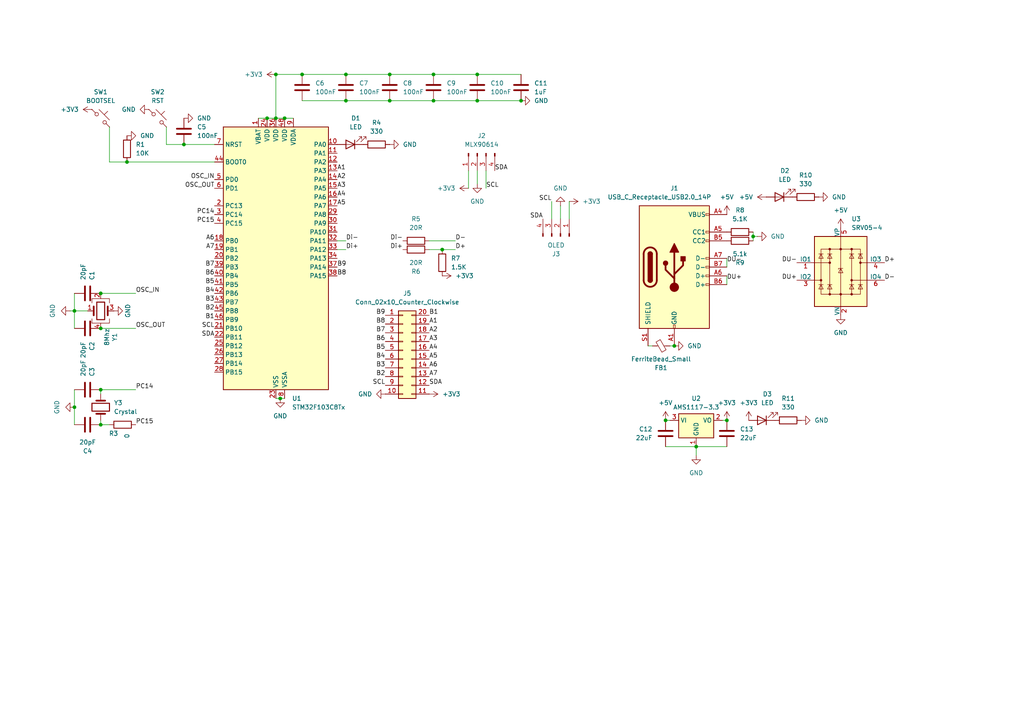
<source format=kicad_sch>
(kicad_sch (version 20250114) (generator "eeschema") (generator_version "9.0")
  (paper "A4")
  (lib_symbols
    (symbol "Connector:Conn_01x04_Pin" (pin_names (offset 1.016) (hide yes))
      (property "Reference" "J" (at 0 5.08 0))
      (property "Value" "Conn_01x04_Pin" (at 0 -7.62 0))
      (symbol "Conn_01x04_Pin_1_1"
        (rectangle (start 0.8636 2.667) (end 0 2.413) (stroke (width 0.1524)) (fill (type outline)))
        (rectangle (start 0.8636 0.127) (end 0 -0.127) (stroke (width 0.1524)) (fill (type outline)))
        (rectangle (start 0.8636 -2.413) (end 0 -2.667) (stroke (width 0.1524)) (fill (type outline)))
        (rectangle (start 0.8636 -4.953) (end 0 -5.207) (stroke (width 0.1524)) (fill (type outline)))
        (polyline (pts (xy 1.27 2.54) (xy 0.8636 2.54)) (stroke (width 0.1524)))
        (polyline (pts (xy 1.27 0) (xy 0.8636 0)) (stroke (width 0.1524)))
        (polyline (pts (xy 1.27 -2.54) (xy 0.8636 -2.54)) (stroke (width 0.1524)))
        (polyline (pts (xy 1.27 -5.08) (xy 0.8636 -5.08)) (stroke (width 0.1524)))
        (pin passive line (at 5.08 2.54 180) (length 3.81) (name "Pin_1") (number "1"))
        (pin passive line (at 5.08 0 180) (length 3.81) (name "Pin_2") (number "2"))
        (pin passive line (at 5.08 -2.54 180) (length 3.81) (name "Pin_3") (number "3"))
        (pin passive line (at 5.08 -5.08 180) (length 3.81) (name "Pin_4") (number "4"))
      )
    )
    (symbol "Connector:USB_C_Receptacle_USB2.0_14P" (pin_names (offset 1.016))
      (property "Reference" "J" (at 0 22.225 0))
      (property "Value" "USB_C_Receptacle_USB2.0_14P" (at 0 19.685 0))
      (symbol "USB_C_Receptacle_USB2.0_14P_0_0"
        (rectangle (start -0.254 -17.78) (end 0.254 -16.764))
        (rectangle (start 10.16 15.494) (end 9.144 14.986))
        (rectangle (start 10.16 10.414) (end 9.144 9.906))
        (rectangle (start 10.16 7.874) (end 9.144 7.366))
        (rectangle (start 10.16 2.794) (end 9.144 2.286))
        (rectangle (start 10.16 0.254) (end 9.144 -0.254))
        (rectangle (start 10.16 -2.286) (end 9.144 -2.794))
        (rectangle (start 10.16 -4.826) (end 9.144 -5.334))
      )
      (symbol "USB_C_Receptacle_USB2.0_14P_0_1"
        (rectangle (start -10.16 17.78) (end 10.16 -17.78) (stroke (width 0.254)) (fill (type background)))
        (polyline (pts (xy -8.89 -3.81) (xy -8.89 3.81)) (stroke (width 0.508)))
        (rectangle (start -7.62 -3.81) (end -6.35 3.81) (stroke (width 0.254)) (fill (type outline)))
        (arc (start -7.62 3.81) (mid -6.985 4.4423) (end -6.35 3.81) (stroke (width 0.254)))
        (arc (start -7.62 3.81) (mid -6.985 4.4423) (end -6.35 3.81) (stroke (width 0.254)) (fill (type outline)))
        (arc (start -8.89 3.81) (mid -6.985 5.7067) (end -5.08 3.81) (stroke (width 0.508)))
        (arc (start -5.08 -3.81) (mid -6.985 -5.7067) (end -8.89 -3.81) (stroke (width 0.508)))
        (arc (start -6.35 -3.81) (mid -6.985 -4.4423) (end -7.62 -3.81) (stroke (width 0.254)))
        (arc (start -6.35 -3.81) (mid -6.985 -4.4423) (end -7.62 -3.81) (stroke (width 0.254)) (fill (type outline)))
        (polyline (pts (xy -5.08 3.81) (xy -5.08 -3.81)) (stroke (width 0.508)))
        (circle (center -2.54 1.143) (radius 0.635) (stroke (width 0.254)) (fill (type outline)))
        (polyline (pts (xy -1.27 4.318) (xy 0 6.858) (xy 1.27 4.318) (xy -1.27 4.318)) (stroke (width 0.254)) (fill (type outline)))
        (polyline (pts (xy 0 -2.032) (xy 2.54 0.508) (xy 2.54 1.778)) (stroke (width 0.508)))
        (polyline (pts (xy 0 -3.302) (xy -2.54 -0.762) (xy -2.54 0.508)) (stroke (width 0.508)))
        (polyline (pts (xy 0 -5.842) (xy 0 4.318)) (stroke (width 0.508)))
        (circle (center 0 -5.842) (radius 1.27) (fill (type outline)))
        (rectangle (start 1.905 1.778) (end 3.175 3.048) (stroke (width 0.254)) (fill (type outline)))
      )
      (symbol "USB_C_Receptacle_USB2.0_14P_1_1"
        (pin passive line (at -7.62 -22.86 90) (length 5.08) (name "SHIELD") (number "S1"))
        (pin passive line (at 0 -22.86 90) (length 5.08) (name "GND") (number "A1"))
        (pin passive line (at 0 -22.86 90) (length 5.08) (hide yes) (name "GND") (number "A12"))
        (pin passive line (at 0 -22.86 90) (length 5.08) (hide yes) (name "GND") (number "B1"))
        (pin passive line (at 0 -22.86 90) (length 5.08) (hide yes) (name "GND") (number "B12"))
        (pin passive line (at 15.24 15.24 180) (length 5.08) (name "VBUS") (number "A4"))
        (pin passive line (at 15.24 15.24 180) (length 5.08) (hide yes) (name "VBUS") (number "A9"))
        (pin passive line (at 15.24 15.24 180) (length 5.08) (hide yes) (name "VBUS") (number "B4"))
        (pin passive line (at 15.24 15.24 180) (length 5.08) (hide yes) (name "VBUS") (number "B9"))
        (pin bidirectional line (at 15.24 10.16 180) (length 5.08) (name "CC1") (number "A5"))
        (pin bidirectional line (at 15.24 7.62 180) (length 5.08) (name "CC2") (number "B5"))
        (pin bidirectional line (at 15.24 2.54 180) (length 5.08) (name "D-") (number "A7"))
        (pin bidirectional line (at 15.24 0 180) (length 5.08) (name "D-") (number "B7"))
        (pin bidirectional line (at 15.24 -2.54 180) (length 5.08) (name "D+") (number "A6"))
        (pin bidirectional line (at 15.24 -5.08 180) (length 5.08) (name "D+") (number "B6"))
      )
    )
    (symbol "Connector_Generic:Conn_02x10_Counter_Clockwise" (pin_names (offset 1.016) (hide yes))
      (property "Reference" "J" (at 1.27 12.7 0))
      (property "Value" "Conn_02x10_Counter_Clockwise" (at 1.27 -15.24 0))
      (symbol "Conn_02x10_Counter_Clockwise_1_1"
        (rectangle (start -1.27 11.43) (end 3.81 -13.97) (stroke (width 0.254)) (fill (type background)))
        (rectangle (start -1.27 10.287) (end 0 10.033) (stroke (width 0.1524)))
        (rectangle (start -1.27 7.747) (end 0 7.493) (stroke (width 0.1524)))
        (rectangle (start -1.27 5.207) (end 0 4.953) (stroke (width 0.1524)))
        (rectangle (start -1.27 2.667) (end 0 2.413) (stroke (width 0.1524)))
        (rectangle (start -1.27 0.127) (end 0 -0.127) (stroke (width 0.1524)))
        (rectangle (start -1.27 -2.413) (end 0 -2.667) (stroke (width 0.1524)))
        (rectangle (start -1.27 -4.953) (end 0 -5.207) (stroke (width 0.1524)))
        (rectangle (start -1.27 -7.493) (end 0 -7.747) (stroke (width 0.1524)))
        (rectangle (start -1.27 -10.033) (end 0 -10.287) (stroke (width 0.1524)))
        (rectangle (start -1.27 -12.573) (end 0 -12.827) (stroke (width 0.1524)))
        (rectangle (start 3.81 10.287) (end 2.54 10.033) (stroke (width 0.1524)))
        (rectangle (start 3.81 7.747) (end 2.54 7.493) (stroke (width 0.1524)))
        (rectangle (start 3.81 5.207) (end 2.54 4.953) (stroke (width 0.1524)))
        (rectangle (start 3.81 2.667) (end 2.54 2.413) (stroke (width 0.1524)))
        (rectangle (start 3.81 0.127) (end 2.54 -0.127) (stroke (width 0.1524)))
        (rectangle (start 3.81 -2.413) (end 2.54 -2.667) (stroke (width 0.1524)))
        (rectangle (start 3.81 -4.953) (end 2.54 -5.207) (stroke (width 0.1524)))
        (rectangle (start 3.81 -7.493) (end 2.54 -7.747) (stroke (width 0.1524)))
        (rectangle (start 3.81 -10.033) (end 2.54 -10.287) (stroke (width 0.1524)))
        (rectangle (start 3.81 -12.573) (end 2.54 -12.827) (stroke (width 0.1524)))
        (pin passive line (at -5.08 10.16 0) (length 3.81) (name "Pin_1") (number "1"))
        (pin passive line (at -5.08 7.62 0) (length 3.81) (name "Pin_2") (number "2"))
        (pin passive line (at -5.08 5.08 0) (length 3.81) (name "Pin_3") (number "3"))
        (pin passive line (at -5.08 2.54 0) (length 3.81) (name "Pin_4") (number "4"))
        (pin passive line (at -5.08 0 0) (length 3.81) (name "Pin_5") (number "5"))
        (pin passive line (at -5.08 -2.54 0) (length 3.81) (name "Pin_6") (number "6"))
        (pin passive line (at -5.08 -5.08 0) (length 3.81) (name "Pin_7") (number "7"))
        (pin passive line (at -5.08 -7.62 0) (length 3.81) (name "Pin_8") (number "8"))
        (pin passive line (at -5.08 -10.16 0) (length 3.81) (name "Pin_9") (number "9"))
        (pin passive line (at -5.08 -12.7 0) (length 3.81) (name "Pin_10") (number "10"))
        (pin passive line (at 7.62 10.16 180) (length 3.81) (name "Pin_20") (number "20"))
        (pin passive line (at 7.62 7.62 180) (length 3.81) (name "Pin_19") (number "19"))
        (pin passive line (at 7.62 5.08 180) (length 3.81) (name "Pin_18") (number "18"))
        (pin passive line (at 7.62 2.54 180) (length 3.81) (name "Pin_17") (number "17"))
        (pin passive line (at 7.62 0 180) (length 3.81) (name "Pin_16") (number "16"))
        (pin passive line (at 7.62 -2.54 180) (length 3.81) (name "Pin_15") (number "15"))
        (pin passive line (at 7.62 -5.08 180) (length 3.81) (name "Pin_14") (number "14"))
        (pin passive line (at 7.62 -7.62 180) (length 3.81) (name "Pin_13") (number "13"))
        (pin passive line (at 7.62 -10.16 180) (length 3.81) (name "Pin_12") (number "12"))
        (pin passive line (at 7.62 -12.7 180) (length 3.81) (name "Pin_11") (number "11"))
      )
    )
    (symbol "Device:C" (pin_numbers (hide yes)) (pin_names (offset 0.254))
      (property "Reference" "C" (at 0.635 2.54 0))
      (property "Value" "C" (at 0.635 -2.54 0))
      (symbol "C_0_1"
        (polyline (pts (xy -2.032 0.762) (xy 2.032 0.762)) (stroke (width 0.508)))
        (polyline (pts (xy -2.032 -0.762) (xy 2.032 -0.762)) (stroke (width 0.508)))
      )
      (symbol "C_1_1"
        (pin passive line (at 0 3.81 270) (length 2.794) (name "~") (number "1"))
        (pin passive line (at 0 -3.81 90) (length 2.794) (name "~") (number "2"))
      )
    )
    (symbol "Device:Crystal" (pin_numbers (hide yes)) (pin_names (offset 1.016) (hide yes))
      (property "Reference" "Y" (at 0 3.81 0))
      (property "Value" "Crystal" (at 0 -3.81 0))
      (symbol "Crystal_0_1"
        (polyline (pts (xy -2.54 0) (xy -1.905 0)))
        (polyline (pts (xy -1.905 -1.27) (xy -1.905 1.27)) (stroke (width 0.508)))
        (rectangle (start -1.143 2.54) (end 1.143 -2.54) (stroke (width 0.3048)))
        (polyline (pts (xy 1.905 -1.27) (xy 1.905 1.27)) (stroke (width 0.508)))
        (polyline (pts (xy 2.54 0) (xy 1.905 0)))
      )
      (symbol "Crystal_1_1"
        (pin passive line (at -3.81 0 0) (length 1.27) (name "1") (number "1"))
        (pin passive line (at 3.81 0 180) (length 1.27) (name "2") (number "2"))
      )
    )
    (symbol "Device:Crystal_GND24" (pin_names (offset 1.016) (hide yes))
      (property "Reference" "Y" (at 3.175 5.08 0))
      (property "Value" "Crystal_GND24" (at 3.175 3.175 0))
      (symbol "Crystal_GND24_0_1"
        (polyline (pts (xy -2.54 2.286) (xy -2.54 3.556) (xy 2.54 3.556) (xy 2.54 2.286)))
        (polyline (pts (xy -2.54 0) (xy -2.032 0)))
        (polyline (pts (xy -2.54 -2.286) (xy -2.54 -3.556) (xy 2.54 -3.556) (xy 2.54 -2.286)))
        (polyline (pts (xy -2.032 -1.27) (xy -2.032 1.27)) (stroke (width 0.508)))
        (rectangle (start -1.143 2.54) (end 1.143 -2.54) (stroke (width 0.3048)))
        (polyline (pts (xy 0 3.556) (xy 0 3.81)))
        (polyline (pts (xy 0 -3.81) (xy 0 -3.556)))
        (polyline (pts (xy 2.032 0) (xy 2.54 0)))
        (polyline (pts (xy 2.032 -1.27) (xy 2.032 1.27)) (stroke (width 0.508)))
      )
      (symbol "Crystal_GND24_1_1"
        (pin passive line (at -3.81 0 0) (length 1.27) (name "1") (number "1"))
        (pin passive line (at 0 5.08 270) (length 1.27) (name "2") (number "2"))
        (pin passive line (at 0 -5.08 90) (length 1.27) (name "4") (number "4"))
        (pin passive line (at 3.81 0 180) (length 1.27) (name "3") (number "3"))
      )
    )
    (symbol "Device:FerriteBead_Small" (pin_numbers (hide yes)) (pin_names (offset 0))
      (property "Reference" "FB" (at 1.905 1.27 0))
      (property "Value" "FerriteBead_Small" (at 1.905 -1.27 0))
      (symbol "FerriteBead_Small_0_1"
        (polyline (pts (xy -1.8288 0.2794) (xy -1.1176 1.4986) (xy 1.8288 -0.2032) (xy 1.1176 -1.4224) (xy -1.8288 0.2794)))
        (polyline (pts (xy 0 0.889) (xy 0 1.2954)))
        (polyline (pts (xy 0 -1.27) (xy 0 -0.7874)))
      )
      (symbol "FerriteBead_Small_1_1"
        (pin passive line (at 0 2.54 270) (length 1.27) (name "~") (number "1"))
        (pin passive line (at 0 -2.54 90) (length 1.27) (name "~") (number "2"))
      )
    )
    (symbol "Device:LED" (pin_numbers (hide yes)) (pin_names (offset 1.016) (hide yes))
      (property "Reference" "D" (at 0 2.54 0))
      (property "Value" "LED" (at 0 -2.54 0))
      (symbol "LED_0_1"
        (polyline (pts (xy -3.048 -0.762) (xy -4.572 -2.286) (xy -3.81 -2.286) (xy -4.572 -2.286) (xy -4.572 -1.524)))
        (polyline (pts (xy -1.778 -0.762) (xy -3.302 -2.286) (xy -2.54 -2.286) (xy -3.302 -2.286) (xy -3.302 -1.524)))
        (polyline (pts (xy -1.27 0) (xy 1.27 0)))
        (polyline (pts (xy -1.27 -1.27) (xy -1.27 1.27)) (stroke (width 0.254)))
        (polyline (pts (xy 1.27 -1.27) (xy 1.27 1.27) (xy -1.27 0) (xy 1.27 -1.27)) (stroke (width 0.254)))
      )
      (symbol "LED_1_1"
        (pin passive line (at -3.81 0 0) (length 2.54) (name "K") (number "1"))
        (pin passive line (at 3.81 0 180) (length 2.54) (name "A") (number "2"))
      )
    )
    (symbol "Device:R" (pin_numbers (hide yes)) (pin_names (offset 0))
      (property "Reference" "R" (at 2.032 0 90))
      (property "Value" "R" (at 0 0 90))
      (symbol "R_0_1"
        (rectangle (start -1.016 -2.54) (end 1.016 2.54) (stroke (width 0.254)))
      )
      (symbol "R_1_1"
        (pin passive line (at 0 3.81 270) (length 1.27) (name "~") (number "1"))
        (pin passive line (at 0 -3.81 90) (length 1.27) (name "~") (number "2"))
      )
    )
    (symbol "MCU_ST_STM32F1:STM32F103C8Tx"
      (property "Reference" "U" (at -15.24 39.37 0))
      (property "Value" "STM32F103C8Tx" (at 7.62 39.37 0))
      (symbol "STM32F103C8Tx_0_1"
        (rectangle (start -15.24 -38.1) (end 15.24 38.1) (stroke (width 0.254)) (fill (type background)))
      )
      (symbol "STM32F103C8Tx_1_1"
        (pin input line (at -17.78 33.02 0) (length 2.54) (name "NRST") (number "7"))
        (pin input line (at -17.78 27.94 0) (length 2.54) (name "BOOT0") (number "44"))
        (pin bidirectional line (at -17.78 22.86 0) (length 2.54) (name "PD0") (number "5"))
        (pin bidirectional line (at -17.78 20.32 0) (length 2.54) (name "PD1") (number "6"))
        (pin bidirectional line (at -17.78 15.24 0) (length 2.54) (name "PC13") (number "2"))
        (pin bidirectional line (at -17.78 12.7 0) (length 2.54) (name "PC14") (number "3"))
        (pin bidirectional line (at -17.78 10.16 0) (length 2.54) (name "PC15") (number "4"))
        (pin bidirectional line (at -17.78 5.08 0) (length 2.54) (name "PB0") (number "18"))
        (pin bidirectional line (at -17.78 2.54 0) (length 2.54) (name "PB1") (number "19"))
        (pin bidirectional line (at -17.78 0 0) (length 2.54) (name "PB2") (number "20"))
        (pin bidirectional line (at -17.78 -2.54 0) (length 2.54) (name "PB3") (number "39"))
        (pin bidirectional line (at -17.78 -5.08 0) (length 2.54) (name "PB4") (number "40"))
        (pin bidirectional line (at -17.78 -7.62 0) (length 2.54) (name "PB5") (number "41"))
        (pin bidirectional line (at -17.78 -10.16 0) (length 2.54) (name "PB6") (number "42"))
        (pin bidirectional line (at -17.78 -12.7 0) (length 2.54) (name "PB7") (number "43"))
        (pin bidirectional line (at -17.78 -15.24 0) (length 2.54) (name "PB8") (number "45"))
        (pin bidirectional line (at -17.78 -17.78 0) (length 2.54) (name "PB9") (number "46"))
        (pin bidirectional line (at -17.78 -20.32 0) (length 2.54) (name "PB10") (number "21"))
        (pin bidirectional line (at -17.78 -22.86 0) (length 2.54) (name "PB11") (number "22"))
        (pin bidirectional line (at -17.78 -25.4 0) (length 2.54) (name "PB12") (number "25"))
        (pin bidirectional line (at -17.78 -27.94 0) (length 2.54) (name "PB13") (number "26"))
        (pin bidirectional line (at -17.78 -30.48 0) (length 2.54) (name "PB14") (number "27"))
        (pin bidirectional line (at -17.78 -33.02 0) (length 2.54) (name "PB15") (number "28"))
        (pin power_in line (at -5.08 40.64 270) (length 2.54) (name "VBAT") (number "1"))
        (pin power_in line (at -2.54 40.64 270) (length 2.54) (name "VDD") (number "24"))
        (pin power_in line (at 0 40.64 270) (length 2.54) (name "VDD") (number "36"))
        (pin power_in line (at 0 -40.64 90) (length 2.54) (name "VSS") (number "23"))
        (pin passive line (at 0 -40.64 90) (length 2.54) (hide yes) (name "VSS") (number "35"))
        (pin passive line (at 0 -40.64 90) (length 2.54) (hide yes) (name "VSS") (number "47"))
        (pin power_in line (at 2.54 40.64 270) (length 2.54) (name "VDD") (number "48"))
        (pin power_in line (at 2.54 -40.64 90) (length 2.54) (name "VSSA") (number "8"))
        (pin power_in line (at 5.08 40.64 270) (length 2.54) (name "VDDA") (number "9"))
        (pin bidirectional line (at 17.78 33.02 180) (length 2.54) (name "PA0") (number "10"))
        (pin bidirectional line (at 17.78 30.48 180) (length 2.54) (name "PA1") (number "11"))
        (pin bidirectional line (at 17.78 27.94 180) (length 2.54) (name "PA2") (number "12"))
        (pin bidirectional line (at 17.78 25.4 180) (length 2.54) (name "PA3") (number "13"))
        (pin bidirectional line (at 17.78 22.86 180) (length 2.54) (name "PA4") (number "14"))
        (pin bidirectional line (at 17.78 20.32 180) (length 2.54) (name "PA5") (number "15"))
        (pin bidirectional line (at 17.78 17.78 180) (length 2.54) (name "PA6") (number "16"))
        (pin bidirectional line (at 17.78 15.24 180) (length 2.54) (name "PA7") (number "17"))
        (pin bidirectional line (at 17.78 12.7 180) (length 2.54) (name "PA8") (number "29"))
        (pin bidirectional line (at 17.78 10.16 180) (length 2.54) (name "PA9") (number "30"))
        (pin bidirectional line (at 17.78 7.62 180) (length 2.54) (name "PA10") (number "31"))
        (pin bidirectional line (at 17.78 5.08 180) (length 2.54) (name "PA11") (number "32"))
        (pin bidirectional line (at 17.78 2.54 180) (length 2.54) (name "PA12") (number "33"))
        (pin bidirectional line (at 17.78 0 180) (length 2.54) (name "PA13") (number "34"))
        (pin bidirectional line (at 17.78 -2.54 180) (length 2.54) (name "PA14") (number "37"))
        (pin bidirectional line (at 17.78 -5.08 180) (length 2.54) (name "PA15") (number "38"))
      )
    )
    (symbol "Power_Protection:SRV05-4" (pin_names (offset 0))
      (property "Reference" "U" (at -5.08 11.43 0))
      (property "Value" "SRV05-4" (at 2.54 11.43 0))
      (symbol "SRV05-4_0_0"
        (rectangle (start -5.715 6.477) (end 5.715 -6.604))
        (polyline (pts (xy -3.175 -6.604) (xy -3.175 6.477)))
        (polyline (pts (xy 3.175 6.477) (xy 3.175 -6.604)))
      )
      (symbol "SRV05-4_0_1"
        (polyline (pts (xy -7.747 2.54) (xy -3.175 2.54)))
        (rectangle (start -7.62 10.16) (end 7.62 -10.16) (stroke (width 0.254)) (fill (type background)))
        (polyline (pts (xy -7.62 -2.54) (xy -5.715 -2.54)))
        (circle (center -5.715 -2.54) (radius 0.2794) (fill (type outline)))
        (polyline (pts (xy -5.08 5.08) (xy -6.35 5.08)))
        (polyline (pts (xy -5.08 3.81) (xy -6.35 3.81) (xy -5.715 5.08) (xy -5.08 3.81)))
        (polyline (pts (xy -5.08 -3.81) (xy -6.35 -3.81)))
        (polyline (pts (xy -5.08 -5.08) (xy -6.35 -5.08) (xy -5.715 -3.81) (xy -5.08 -5.08)))
        (circle (center -3.175 6.477) (radius 0.2794) (fill (type outline)))
        (circle (center -3.175 2.54) (radius 0.2794) (fill (type outline)))
        (circle (center -3.175 -6.604) (radius 0.2794) (fill (type outline)))
        (polyline (pts (xy -2.54 5.08) (xy -3.81 5.08)))
        (polyline (pts (xy -2.54 3.81) (xy -3.81 3.81) (xy -3.175 5.08) (xy -2.54 3.81)))
        (polyline (pts (xy -2.54 -3.81) (xy -3.81 -3.81)))
        (polyline (pts (xy -2.54 -5.08) (xy -3.81 -5.08) (xy -3.175 -3.81) (xy -2.54 -5.08)))
        (polyline (pts (xy 0 10.16) (xy 0 -10.16)))
        (circle (center 0 6.477) (radius 0.2794) (fill (type outline)))
        (circle (center 0 -6.604) (radius 0.2794) (fill (type outline)))
        (polyline (pts (xy 0.635 0.889) (xy -0.635 0.889) (xy -0.635 0.635)))
        (polyline (pts (xy 0.635 -0.381) (xy -0.635 -0.381) (xy 0 0.889) (xy 0.635 -0.381)))
        (circle (center 3.175 6.477) (radius 0.2794) (fill (type outline)))
        (circle (center 3.175 -2.54) (radius 0.2794) (fill (type outline)))
        (circle (center 3.175 -6.604) (radius 0.2794) (fill (type outline)))
        (polyline (pts (xy 3.81 5.08) (xy 2.54 5.08)))
        (polyline (pts (xy 3.81 3.81) (xy 2.54 3.81) (xy 3.175 5.08) (xy 3.81 3.81)))
        (polyline (pts (xy 3.81 -3.81) (xy 2.54 -3.81)))
        (polyline (pts (xy 3.81 -5.08) (xy 2.54 -5.08) (xy 3.175 -3.81) (xy 3.81 -5.08)))
        (circle (center 5.715 2.54) (radius 0.2794) (fill (type outline)))
        (polyline (pts (xy 6.35 5.08) (xy 5.08 5.08)))
        (polyline (pts (xy 6.35 3.81) (xy 5.08 3.81) (xy 5.715 5.08) (xy 6.35 3.81)))
        (polyline (pts (xy 6.35 -3.81) (xy 5.08 -3.81)))
        (polyline (pts (xy 6.35 -5.08) (xy 5.08 -5.08) (xy 5.715 -3.81) (xy 6.35 -5.08)))
        (polyline (pts (xy 7.62 2.54) (xy 5.715 2.54)))
        (polyline (pts (xy 7.62 -2.54) (xy 3.175 -2.54)))
      )
      (symbol "SRV05-4_1_1"
        (pin passive line (at -12.7 2.54 0) (length 5.08) (name "IO1") (number "1"))
        (pin passive line (at -12.7 -2.54 0) (length 5.08) (name "IO2") (number "3"))
        (pin passive line (at 0 12.7 270) (length 2.54) (name "VP") (number "5"))
        (pin passive line (at 0 -12.7 90) (length 2.54) (name "VN") (number "2"))
        (pin passive line (at 12.7 2.54 180) (length 5.08) (name "IO3") (number "4"))
        (pin passive line (at 12.7 -2.54 180) (length 5.08) (name "IO4") (number "6"))
      )
    )
    (symbol "Regulator_Linear:AMS1117-3.3"
      (property "Reference" "U" (at -3.81 3.175 0))
      (property "Value" "AMS1117-3.3" (at 0 3.175 0))
      (symbol "AMS1117-3.3_0_1"
        (rectangle (start -5.08 -5.08) (end 5.08 1.905) (stroke (width 0.254)) (fill (type background)))
      )
      (symbol "AMS1117-3.3_1_1"
        (pin power_in line (at -7.62 0 0) (length 2.54) (name "VI") (number "3"))
        (pin power_in line (at 0 -7.62 90) (length 2.54) (name "GND") (number "1"))
        (pin power_out line (at 7.62 0 180) (length 2.54) (name "VO") (number "2"))
      )
    )
    (symbol "Switch:SW_Push_45deg" (pin_numbers (hide yes)) (pin_names (offset 1.016) (hide yes))
      (property "Reference" "SW" (at 3.048 1.016 0))
      (property "Value" "SW_Push_45deg" (at 0 -3.81 0))
      (symbol "SW_Push_45deg_0_1"
        (polyline (pts (xy -2.54 2.54) (xy -1.524 1.524) (xy -1.524 1.524)))
        (circle (center -1.1684 1.1684) (radius 0.508))
        (polyline (pts (xy -0.508 2.54) (xy 2.54 -0.508)))
        (polyline (pts (xy 1.016 1.016) (xy 2.032 2.032)))
        (circle (center 1.143 -1.1938) (radius 0.508))
        (polyline (pts (xy 1.524 -1.524) (xy 2.54 -2.54) (xy 2.54 -2.54) (xy 2.54 -2.54)))
        (pin passive line (at -2.54 2.54 0) (length 0) (name "1") (number "1"))
        (pin passive line (at 2.54 -2.54 180) (length 0) (name "2") (number "2"))
      )
    )
    (symbol "power:+3V3" (power) (pin_numbers (hide yes)) (pin_names (offset 0) (hide yes))
      (property "Value" "+3V3" (at 0 3.556 0))
      (symbol "+3V3_0_1"
        (polyline (pts (xy -0.762 1.27) (xy 0 2.54)))
        (polyline (pts (xy 0 2.54) (xy 0.762 1.27)))
        (polyline (pts (xy 0 0) (xy 0 2.54)))
      )
      (symbol "+3V3_1_1"
        (pin power_in line (at 0 0 90) (length 0) (name "~") (number "1"))
      )
    )
    (symbol "power:+5V" (power) (pin_numbers (hide yes)) (pin_names (offset 0) (hide yes))
      (property "Value" "+5V" (at 0 3.556 0))
      (symbol "+5V_0_1"
        (polyline (pts (xy -0.762 1.27) (xy 0 2.54)))
        (polyline (pts (xy 0 2.54) (xy 0.762 1.27)))
        (polyline (pts (xy 0 0) (xy 0 2.54)))
      )
      (symbol "+5V_1_1"
        (pin power_in line (at 0 0 90) (length 0) (name "~") (number "1"))
      )
    )
    (symbol "power:GND" (power) (pin_numbers (hide yes)) (pin_names (offset 0) (hide yes))
      (property "Value" "GND" (at 0 -3.81 0))
      (symbol "GND_0_1"
        (polyline (pts (xy 0 0) (xy 0 -1.27) (xy 1.27 -1.27) (xy 0 -2.54) (xy -1.27 -1.27) (xy 0 -1.27)))
      )
      (symbol "GND_1_1"
        (pin power_in line (at 0 0 270) (length 0) (name "~") (number "1"))
      )
    )
  )
  (junction (at 151.13 29.21))
  (junction (at 29.21 123.19))
  (junction (at 29.21 113.03))
  (junction (at 210.82 121.92))
  (junction (at 21.59 118.11))
  (junction (at 138.43 29.21))
  (junction (at 81.28 115.57))
  (junction (at 113.03 29.21))
  (junction (at 113.03 21.59))
  (junction (at 87.63 21.59))
  (junction (at 29.21 85.09))
  (junction (at 100.33 21.59))
  (junction (at 195.58 100.33))
  (junction (at 53.34 41.91))
  (junction (at 36.83 46.99))
  (junction (at 218.44 68.58))
  (junction (at 193.04 121.92))
  (junction (at 138.43 21.59))
  (junction (at 29.21 95.25))
  (junction (at 80.01 21.59))
  (junction (at 128.27 72.39))
  (junction (at 201.93 129.54))
  (junction (at 77.47 34.29))
  (junction (at 82.55 34.29))
  (junction (at 125.73 29.21))
  (junction (at 100.33 29.21))
  (junction (at 21.59 90.17))
  (junction (at 125.73 21.59))
  (junction (at 80.01 34.29))
  (wire (pts (xy 80.01 34.29) (xy 82.55 34.29)))
  (wire (pts (xy 53.34 41.91) (xy 62.23 41.91)))
  (wire (pts (xy 100.33 69.85) (xy 97.79 69.85)))
  (wire (pts (xy 140.97 54.61) (xy 140.97 49.53)))
  (wire (pts (xy 218.44 67.31) (xy 218.44 68.58)))
  (wire (pts (xy 80.01 21.59) (xy 80.01 34.29)))
  (wire (pts (xy 193.04 121.92) (xy 194.31 121.92)))
  (wire (pts (xy 187.96 100.33) (xy 189.23 100.33)))
  (wire (pts (xy 128.27 72.39) (xy 132.08 72.39)))
  (wire (pts (xy 138.43 29.21) (xy 151.13 29.21)))
  (wire (pts (xy 21.59 113.03) (xy 21.59 118.11)))
  (wire (pts (xy 81.28 115.57) (xy 82.55 115.57)))
  (wire (pts (xy 113.03 21.59) (xy 125.73 21.59)))
  (wire (pts (xy 125.73 21.59) (xy 138.43 21.59)))
  (wire (pts (xy 48.26 41.91) (xy 53.34 41.91)))
  (wire (pts (xy 31.75 46.99) (xy 36.83 46.99)))
  (wire (pts (xy 21.59 118.11) (xy 21.59 123.19)))
  (wire (pts (xy 25.4 90.17) (xy 21.59 90.17)))
  (wire (pts (xy 210.82 74.93) (xy 210.82 77.47)))
  (wire (pts (xy 124.46 72.39) (xy 128.27 72.39)))
  (wire (pts (xy 21.59 85.09) (xy 21.59 90.17)))
  (wire (pts (xy 29.21 121.92) (xy 29.21 123.19)))
  (wire (pts (xy 31.75 123.19) (xy 29.21 123.19)))
  (wire (pts (xy 21.59 90.17) (xy 21.59 95.25)))
  (wire (pts (xy 21.59 90.17) (xy 20.32 90.17)))
  (wire (pts (xy 29.21 113.03) (xy 29.21 114.3)))
  (wire (pts (xy 160.02 58.42) (xy 160.02 63.5)))
  (wire (pts (xy 39.37 85.09) (xy 29.21 85.09)))
  (wire (pts (xy 36.83 46.99) (xy 62.23 46.99)))
  (wire (pts (xy 87.63 21.59) (xy 100.33 21.59)))
  (wire (pts (xy 138.43 53.34) (xy 138.43 49.53)))
  (wire (pts (xy 82.55 34.29) (xy 85.09 34.29)))
  (wire (pts (xy 125.73 29.21) (xy 138.43 29.21)))
  (wire (pts (xy 124.46 69.85) (xy 132.08 69.85)))
  (wire (pts (xy 165.1 58.42) (xy 165.1 63.5)))
  (wire (pts (xy 87.63 21.59) (xy 80.01 21.59)))
  (wire (pts (xy 100.33 72.39) (xy 97.79 72.39)))
  (wire (pts (xy 80.01 115.57) (xy 81.28 115.57)))
  (wire (pts (xy 194.31 100.33) (xy 195.58 100.33)))
  (wire (pts (xy 218.44 68.58) (xy 219.71 68.58)))
  (wire (pts (xy 210.82 121.92) (xy 209.55 121.92)))
  (wire (pts (xy 113.03 29.21) (xy 125.73 29.21)))
  (wire (pts (xy 162.56 59.69) (xy 162.56 63.5)))
  (wire (pts (xy 100.33 21.59) (xy 113.03 21.59)))
  (wire (pts (xy 31.75 36.83) (xy 31.75 46.99)))
  (wire (pts (xy 201.93 129.54) (xy 210.82 129.54)))
  (wire (pts (xy 87.63 29.21) (xy 100.33 29.21)))
  (wire (pts (xy 100.33 29.21) (xy 113.03 29.21)))
  (wire (pts (xy 193.04 129.54) (xy 201.93 129.54)))
  (wire (pts (xy 138.43 21.59) (xy 151.13 21.59)))
  (wire (pts (xy 74.93 34.29) (xy 77.47 34.29)))
  (wire (pts (xy 77.47 34.29) (xy 80.01 34.29)))
  (wire (pts (xy 210.82 80.01) (xy 210.82 82.55)))
  (wire (pts (xy 135.89 54.61) (xy 135.89 49.53)))
  (wire (pts (xy 201.93 132.08) (xy 201.93 129.54)))
  (wire (pts (xy 218.44 68.58) (xy 218.44 69.85)))
  (wire (pts (xy 48.26 36.83) (xy 48.26 41.91)))
  (wire (pts (xy 39.37 113.03) (xy 29.21 113.03)))
  (wire (pts (xy 29.21 95.25) (xy 39.37 95.25)))
  (label "SDA" (at 124.46 111.76 0))
  (label "D-" (at 256.54 81.28 0))
  (label "OSC_IN" (at 62.23 52.07 180))
  (label "SCL" (at 160.02 58.42 180))
  (label "B4" (at 111.76 104.14 180))
  (label "A2" (at 124.46 96.52 0))
  (label "B3" (at 62.23 87.63 180))
  (label "SCL" (at 62.23 95.25 180))
  (label "B8" (at 97.79 80.01 0))
  (label "A5" (at 97.79 59.69 0))
  (label "DU+" (at 231.14 81.28 180))
  (label "OSC_OUT" (at 62.23 54.61 180))
  (label "SDA" (at 62.23 97.79 180))
  (label "DU-" (at 210.82 76.2 0))
  (label "A6" (at 62.23 69.85 180))
  (label "A4" (at 124.46 101.6 0))
  (label "B6" (at 62.23 80.01 180))
  (label "DU+" (at 210.82 81.28 0))
  (label "Di-" (at 100.33 69.85 0))
  (label "PC15" (at 39.37 123.19 0))
  (label "B3" (at 111.76 106.68 180))
  (label "SCL" (at 140.97 54.61 0))
  (label "B7" (at 111.76 96.52 180))
  (label "B8" (at 111.76 93.98 180))
  (label "A7" (at 124.46 109.22 0))
  (label "Di+" (at 116.84 72.39 180))
  (label "D+" (at 256.54 76.2 0))
  (label "B4" (at 62.23 85.09 180))
  (label "A2" (at 97.79 52.07 0))
  (label "B5" (at 62.23 82.55 180))
  (label "D+" (at 132.08 72.39 0))
  (label "A3" (at 97.79 54.61 0))
  (label "PC14" (at 62.23 62.23 180))
  (label "A1" (at 124.46 93.98 0))
  (label "PC15" (at 62.23 64.77 180))
  (label "OSC_OUT" (at 39.37 95.25 0))
  (label "Di-" (at 116.84 69.85 180))
  (label "B5" (at 111.76 101.6 180))
  (label "B7" (at 62.23 77.47 180))
  (label "B2" (at 111.76 109.22 180))
  (label "B6" (at 111.76 99.06 180))
  (label "SCL" (at 111.76 111.76 180))
  (label "SDA" (at 157.48 63.5 180))
  (label "D-" (at 132.08 69.85 0))
  (label "A5" (at 124.46 104.14 0))
  (label "DU-" (at 231.14 76.2 180))
  (label "SDA" (at 143.51 49.53 0))
  (label "OSC_IN" (at 39.37 85.09 0))
  (label "A6" (at 124.46 106.68 0))
  (label "B9" (at 111.76 91.44 180))
  (label "Di+" (at 100.33 72.39 0))
  (label "PC14" (at 39.37 113.03 0))
  (label "B1" (at 124.46 91.44 0))
  (label "A1" (at 97.79 49.53 0))
  (label "A4" (at 97.79 57.15 0))
  (label "B9" (at 97.79 77.47 0))
  (label "B2" (at 62.23 90.17 180))
  (label "A7" (at 62.23 72.39 180))
  (label "A3" (at 124.46 99.06 0))
  (label "B1" (at 62.23 92.71 180))
  (symbol (lib_id "power:GND") (at 201.93 132.08 0) (unit 1)
    (property "Reference" "#PWR016" (effects (hide yes)))
    (property "Value" "GND" (at 201.93 137.16 0))
    (property "Description" "Power symbol creates a global label with name \"GND\" , ground" (effects (hide yes)))
  )
  (symbol (lib_id "Switch:SW_Push_45deg") (at 45.72 34.29 0) (unit 1)
    (property "Reference" "SW2" (at 45.72 26.67 0))
    (property "Value" "RST" (at 45.72 29.21 0))
    (property "Footprint" "TS-1088-AR02016:SW_TS-1088-AR02016" (effects (hide yes)))
    (property "Description" "Push button switch, normally open, two pins, 45° tilted" (effects (hide yes)))
  )
  (symbol (lib_id "Device:C") (at 25.4 113.03 270) (mirror x) (unit 1)
    (property "Reference" "C3" (at 26.6701 109.22 0) (effects (justify left)))
    (property "Value" "20pF" (at 24.1301 109.22 0) (effects (justify left)))
    (property "Footprint" "Capacitor_SMD:C_0402_1005Metric" (effects (hide yes)))
    (property "Description" "Unpolarized capacitor" (effects (hide yes)))
  )
  (symbol (lib_id "Device:R") (at 36.83 43.18 0) (unit 1)
    (property "Reference" "R1" (at 39.37 41.9099 0) (effects (justify left)))
    (property "Value" "10K" (at 39.37 44.4499 0) (effects (justify left)))
    (property "Footprint" "Resistor_SMD:R_0402_1005Metric" (effects (hide yes)))
    (property "Description" "Resistor" (effects (hide yes)))
  )
  (symbol (lib_id "Device:C") (at 210.82 125.73 0) (unit 1)
    (property "Reference" "C13" (at 214.63 124.4599 0) (effects (justify left)))
    (property "Value" "22uF" (at 214.63 126.9999 0) (effects (justify left)))
    (property "Footprint" "Capacitor_SMD:C_0603_1608Metric" (effects (hide yes)))
    (property "Description" "Unpolarized capacitor" (effects (hide yes)))
  )
  (symbol (lib_id "power:GND") (at 237.49 57.15 90) (unit 1)
    (property "Reference" "#PWR025" (effects (hide yes)))
    (property "Value" "GND" (at 241.3 57.1499 90) (effects (justify right)))
    (property "Description" "Power symbol creates a global label with name \"GND\" , ground" (effects (hide yes)))
  )
  (symbol (lib_id "power:GND") (at 138.43 53.34 0) (unit 1)
    (property "Reference" "#PWR020" (effects (hide yes)))
    (property "Value" "GND" (at 138.43 58.42 0))
    (property "Description" "Power symbol creates a global label with name \"GND\" , ground" (effects (hide yes)))
  )
  (symbol (lib_id "Device:LED") (at 220.98 121.92 180) (unit 1)
    (property "Reference" "D3" (at 222.5675 114.3 0))
    (property "Value" "LED" (at 222.5675 116.84 0))
    (property "Footprint" "LED_SMD:LED_0603_1608Metric" (effects (hide yes)))
    (property "Description" "Light emitting diode" (effects (hide yes)))
    (property "Sim.Pins" "1=K 2=A" (effects (hide yes)))
  )
  (symbol (lib_id "power:GND") (at 20.32 90.17 270) (unit 1)
    (property "Reference" "#PWR01" (effects (hide yes)))
    (property "Value" "GND" (at 15.24 90.17 0))
    (property "Description" "Power symbol creates a global label with name \"GND\" , ground" (effects (hide yes)))
  )
  (symbol (lib_id "power:+3V3") (at 80.01 21.59 90) (unit 1)
    (property "Reference" "#PWR09" (effects (hide yes)))
    (property "Value" "+3V3" (at 76.2 21.5899 90) (effects (justify left)))
    (property "Description" "Power symbol creates a global label with name \"+3V3\"" (effects (hide yes)))
  )
  (symbol (lib_id "Device:LED") (at 226.06 57.15 180) (unit 1)
    (property "Reference" "D2" (at 227.6475 49.53 0))
    (property "Value" "LED" (at 227.6475 52.07 0))
    (property "Footprint" "LED_SMD:LED_0603_1608Metric" (effects (hide yes)))
    (property "Description" "Light emitting diode" (effects (hide yes)))
    (property "Sim.Pins" "1=K 2=A" (effects (hide yes)))
  )
  (symbol (lib_id "power:+5V") (at 222.25 57.15 90) (unit 1)
    (property "Reference" "#PWR026" (effects (hide yes)))
    (property "Value" "+5V" (at 218.44 57.1499 90) (effects (justify left)))
    (property "Description" "Power symbol creates a global label with name \"+5V\"" (effects (hide yes)))
  )
  (symbol (lib_id "power:+3V3") (at 124.46 114.3 270) (unit 1)
    (property "Reference" "#PWR030" (effects (hide yes)))
    (property "Value" "+3V3" (at 128.27 114.2999 90) (effects (justify left)))
    (property "Description" "Power symbol creates a global label with name \"+3V3\"" (effects (hide yes)))
  )
  (symbol (lib_id "Device:C") (at 25.4 85.09 270) (mirror x) (unit 1)
    (property "Reference" "C1" (at 26.6701 81.28 0) (effects (justify left)))
    (property "Value" "20pF" (at 24.1301 81.28 0) (effects (justify left)))
    (property "Footprint" "Capacitor_SMD:C_0402_1005Metric" (effects (hide yes)))
    (property "Description" "Unpolarized capacitor" (effects (hide yes)))
  )
  (symbol (lib_id "Device:C") (at 25.4 95.25 270) (unit 1)
    (property "Reference" "C2" (at 26.6701 99.06 0) (effects (justify left)))
    (property "Value" "20pF" (at 24.1301 99.06 0) (effects (justify left)))
    (property "Footprint" "Capacitor_SMD:C_0402_1005Metric" (effects (hide yes)))
    (property "Description" "Unpolarized capacitor" (effects (hide yes)))
  )
  (symbol (lib_id "power:+5V") (at 193.04 121.92 0) (unit 1)
    (property "Reference" "#PWR014" (effects (hide yes)))
    (property "Value" "+5V" (at 193.04 116.84 0))
    (property "Description" "Power symbol creates a global label with name \"+5V\"" (effects (hide yes)))
  )
  (symbol (lib_id "Device:R") (at 128.27 76.2 0) (unit 1)
    (property "Reference" "R7" (at 130.81 74.9299 0) (effects (justify left)))
    (property "Value" "1.5K" (at 130.81 77.4699 0) (effects (justify left)))
    (property "Footprint" "Resistor_SMD:R_0402_1005Metric" (effects (hide yes)))
    (property "Description" "Resistor" (effects (hide yes)))
  )
  (symbol (lib_id "power:GND") (at 53.34 34.29 90) (unit 1)
    (property "Reference" "#PWR08" (effects (hide yes)))
    (property "Value" "GND" (at 57.15 34.2899 90) (effects (justify right)))
    (property "Description" "Power symbol creates a global label with name \"GND\" , ground" (effects (hide yes)))
  )
  (symbol (lib_id "power:GND") (at 219.71 68.58 90) (unit 1)
    (property "Reference" "#PWR019" (effects (hide yes)))
    (property "Value" "GND" (at 223.52 68.5799 90) (effects (justify right)))
    (property "Description" "Power symbol creates a global label with name \"GND\" , ground" (effects (hide yes)))
  )
  (symbol (lib_id "Connector_Generic:Conn_02x10_Counter_Clockwise") (at 116.84 101.6 0) (unit 1)
    (property "Reference" "J5" (at 118.11 85.09 0))
    (property "Value" "Conn_02x10_Counter_Clockwise" (at 118.11 87.63 0))
    (property "Footprint" "Connector_PinSocket_2.54mm:PinSocket_2x10_P2.54mm_Vertical" (effects (hide yes)))
    (property "Description" "Generic connector, double row, 02x10, counter clockwise pin numbering scheme (similar to DIP package numbering), script generated (kicad-library-utils/schlib/autogen/connector/)" (effects (hide yes)))
  )
  (symbol (lib_id "Device:R") (at 214.63 67.31 270) (unit 1)
    (property "Reference" "R8" (at 214.63 60.96 90))
    (property "Value" "5.1K" (at 214.63 63.5 90))
    (property "Footprint" "Resistor_SMD:R_0402_1005Metric" (effects (hide yes)))
    (property "Description" "Resistor" (effects (hide yes)))
  )
  (symbol (lib_id "Device:C") (at 193.04 125.73 0) (mirror y) (unit 1)
    (property "Reference" "C12" (at 189.23 124.4599 0) (effects (justify left)))
    (property "Value" "22uF" (at 189.23 126.9999 0) (effects (justify left)))
    (property "Footprint" "Capacitor_SMD:C_0603_1608Metric" (effects (hide yes)))
    (property "Description" "Unpolarized capacitor" (effects (hide yes)))
  )
  (symbol (lib_id "power:+3V3") (at 135.89 54.61 90) (unit 1)
    (property "Reference" "#PWR05" (effects (hide yes)))
    (property "Value" "+3V3" (at 132.08 54.6099 90) (effects (justify left)))
    (property "Description" "Power symbol creates a global label with name \"+3V3\"" (effects (hide yes)))
  )
  (symbol (lib_id "power:+5V") (at 243.84 66.04 0) (unit 1)
    (property "Reference" "#PWR021" (effects (hide yes)))
    (property "Value" "+5V" (at 243.84 60.96 0))
    (property "Description" "Power symbol creates a global label with name \"+5V\"" (effects (hide yes)))
  )
  (symbol (lib_id "power:GND") (at 21.59 118.11 270) (unit 1)
    (property "Reference" "#PWR02" (effects (hide yes)))
    (property "Value" "GND" (at 16.51 118.11 0))
    (property "Description" "Power symbol creates a global label with name \"GND\" , ground" (effects (hide yes)))
  )
  (symbol (lib_id "power:GND") (at 81.28 115.57 0) (unit 1)
    (property "Reference" "#PWR010" (effects (hide yes)))
    (property "Value" "GND" (at 81.28 120.65 0))
    (property "Description" "Power symbol creates a global label with name \"GND\" , ground" (effects (hide yes)))
  )
  (symbol (lib_id "Device:C") (at 25.4 123.19 90) (unit 1)
    (property "Reference" "C4" (at 25.4 130.81 90))
    (property "Value" "20pF" (at 25.4 128.27 90))
    (property "Footprint" "Capacitor_SMD:C_0402_1005Metric" (effects (hide yes)))
    (property "Description" "Unpolarized capacitor" (effects (hide yes)))
  )
  (symbol (lib_id "MCU_ST_STM32F1:STM32F103C8Tx") (at 80.01 74.93 0) (unit 1)
    (property "Reference" "U1" (at 84.6933 115.57 0) (effects (justify left)))
    (property "Value" "STM32F103C8Tx" (at 84.6933 118.11 0) (effects (justify left)))
    (property "Footprint" "Package_QFP:LQFP-48_7x7mm_P0.5mm" (effects (hide yes)))
    (property "Datasheet" "https://www.st.com/resource/en/datasheet/stm32f103c8.pdf" (effects (hide yes)))
    (property "Description" "STMicroelectronics Arm Cortex-M3 MCU, 64KB flash, 20KB RAM, 72 MHz, 2.0-3.6V, 37 GPIO, LQFP48" (effects (hide yes)))
  )
  (symbol (lib_id "Device:C") (at 138.43 25.4 0) (unit 1)
    (property "Reference" "C10" (at 142.24 24.1299 0) (effects (justify left)))
    (property "Value" "100nF" (at 142.24 26.6699 0) (effects (justify left)))
    (property "Footprint" "Capacitor_SMD:C_0402_1005Metric" (effects (hide yes)))
    (property "Description" "Unpolarized capacitor" (effects (hide yes)))
  )
  (symbol (lib_id "Connector:USB_C_Receptacle_USB2.0_14P") (at 195.58 77.47 0) (unit 1)
    (property "Reference" "J1" (at 195.58 54.61 0))
    (property "Value" "USB_C_Receptacle_USB2.0_14P" (at 191.262 57.15 0))
    (property "Footprint" "Connector_USB:USB_C_Receptacle_GCT_USB4105-xx-A_16P_TopMnt_Horizontal" (effects (hide yes)))
    (property "Datasheet" "https://www.usb.org/sites/default/files/documents/usb_type-c.zip" (effects (hide yes)))
    (property "Description" "USB 2.0-only 14P Type-C Receptacle connector" (effects (hide yes)))
  )
  (symbol (lib_id "Device:C") (at 100.33 25.4 0) (unit 1)
    (property "Reference" "C7" (at 104.14 24.1299 0) (effects (justify left)))
    (property "Value" "100nF" (at 104.14 26.6699 0) (effects (justify left)))
    (property "Footprint" "Capacitor_SMD:C_0402_1005Metric" (effects (hide yes)))
    (property "Description" "Unpolarized capacitor" (effects (hide yes)))
  )
  (symbol (lib_id "power:GND") (at 195.58 100.33 90) (unit 1)
    (property "Reference" "#PWR015" (effects (hide yes)))
    (property "Value" "GND" (at 199.39 100.3299 90) (effects (justify right)))
    (property "Description" "Power symbol creates a global label with name \"GND\" , ground" (effects (hide yes)))
  )
  (symbol (lib_id "Device:R") (at 228.6 121.92 90) (unit 1)
    (property "Reference" "R11" (at 228.6 115.57 90))
    (property "Value" "330" (at 228.6 118.11 90))
    (property "Footprint" "Resistor_SMD:R_0402_1005Metric" (effects (hide yes)))
    (property "Description" "Resistor" (effects (hide yes)))
  )
  (symbol (lib_id "power:GND") (at 111.76 114.3 270) (unit 1)
    (property "Reference" "#PWR029" (effects (hide yes)))
    (property "Value" "GND" (at 107.95 114.2999 90) (effects (justify right)))
    (property "Description" "Power symbol creates a global label with name \"GND\" , ground" (effects (hide yes)))
  )
  (symbol (lib_id "power:+3V3") (at 217.17 121.92 0) (unit 1)
    (property "Reference" "#PWR028" (effects (hide yes)))
    (property "Value" "+3V3" (at 217.17 116.84 0))
    (property "Description" "Power symbol creates a global label with name \"+3V3\"" (effects (hide yes)))
  )
  (symbol (lib_id "Connector:Conn_01x04_Pin") (at 138.43 44.45 90) (mirror x) (unit 1)
    (property "Reference" "J2" (at 139.7 39.37 90))
    (property "Value" "MLX90614" (at 139.7 41.91 90))
    (property "Footprint" "Connector_PinHeader_2.54mm:PinHeader_1x04_P2.54mm_Vertical" (effects (hide yes)))
    (property "Description" "Generic connector, single row, 01x04, script generated" (effects (hide yes)))
  )
  (symbol (lib_id "power:GND") (at 113.03 41.91 90) (unit 1)
    (property "Reference" "#PWR011" (effects (hide yes)))
    (property "Value" "GND" (at 116.84 41.9099 90) (effects (justify right)))
    (property "Description" "Power symbol creates a global label with name \"GND\" , ground" (effects (hide yes)))
  )
  (symbol (lib_id "Power_Protection:SRV05-4") (at 243.84 78.74 0) (unit 1)
    (property "Reference" "U3" (at 246.9581 63.5 0) (effects (justify left)))
    (property "Value" "SRV05-4" (at 246.9581 66.04 0) (effects (justify left)))
    (property "Footprint" "Package_TO_SOT_SMD:SOT-23-6_Handsoldering" (effects (hide yes)))
    (property "Datasheet" "http://www.onsemi.com/pub/Collateral/SRV05-4-D.PDF" (effects (hide yes)))
    (property "Description" "ESD Protection Diodes with Low Clamping Voltage, SOT-23-6" (effects (hide yes)))
  )
  (symbol (lib_id "Device:R") (at 120.65 69.85 90) (unit 1)
    (property "Reference" "R5" (at 120.65 63.5 90))
    (property "Value" "20R" (at 120.65 66.04 90))
    (property "Footprint" "Resistor_SMD:R_0402_1005Metric" (effects (hide yes)))
    (property "Description" "Resistor" (effects (hide yes)))
  )
  (symbol (lib_id "Device:FerriteBead_Small") (at 191.77 100.33 90) (mirror x) (unit 1)
    (property "Reference" "FB1" (at 191.7319 106.68 90))
    (property "Value" "FerriteBead_Small" (at 191.7319 104.14 90))
    (property "Footprint" "Inductor_SMD:L_0603_1608Metric_Pad1.05x0.95mm_HandSolder" (effects (hide yes)))
    (property "Description" "Ferrite bead, small symbol" (effects (hide yes)))
  )
  (symbol (lib_id "power:GND") (at 33.02 90.17 90) (unit 1)
    (property "Reference" "#PWR04" (effects (hide yes)))
    (property "Value" "GND" (at 37.084 90.17 0))
    (property "Description" "Power symbol creates a global label with name \"GND\" , ground" (effects (hide yes)))
  )
  (symbol (lib_id "Regulator_Linear:AMS1117-3.3") (at 201.93 121.92 0) (unit 1)
    (property "Reference" "U2" (at 201.93 115.57 0))
    (property "Value" "AMS1117-3.3" (at 201.93 118.11 0))
    (property "Footprint" "Package_TO_SOT_SMD:SOT-223-3_TabPin2" (effects (hide yes)))
    (property "Datasheet" "http://www.advanced-monolithic.com/pdf/ds1117.pdf" (effects (hide yes)))
    (property "Description" "1A Low Dropout regulator, positive, 3.3V fixed output, SOT-223" (effects (hide yes)))
  )
  (symbol (lib_id "power:+3V3") (at 26.67 31.75 90) (unit 1)
    (property "Reference" "#PWR03" (effects (hide yes)))
    (property "Value" "+3V3" (at 22.86 31.7499 90) (effects (justify left)))
    (property "Description" "Power symbol creates a global label with name \"+3V3\"" (effects (hide yes)))
  )
  (symbol (lib_id "power:+3V3") (at 128.27 80.01 270) (unit 1)
    (property "Reference" "#PWR012" (effects (hide yes)))
    (property "Value" "+3V3" (at 132.08 80.0099 90) (effects (justify left)))
    (property "Description" "Power symbol creates a global label with name \"+3V3\"" (effects (hide yes)))
  )
  (symbol (lib_id "Device:C") (at 53.34 38.1 0) (unit 1)
    (property "Reference" "C5" (at 57.15 36.8299 0) (effects (justify left)))
    (property "Value" "100nF" (at 57.15 39.3699 0) (effects (justify left)))
    (property "Footprint" "Capacitor_SMD:C_0603_1608Metric" (effects (hide yes)))
    (property "Description" "Unpolarized capacitor" (effects (hide yes)))
  )
  (symbol (lib_id "Device:Crystal") (at 29.21 118.11 90) (unit 1)
    (property "Reference" "Y3" (at 33.02 116.8399 90) (effects (justify right)))
    (property "Value" "Crystal" (at 33.02 119.3799 90) (effects (justify right)))
    (property "Footprint" "Crystal:Crystal_SMD_3215-2Pin_3.2x1.5mm" (effects (hide yes)))
    (property "Description" "Two pin crystal" (effects (hide yes)))
  )
  (symbol (lib_id "Device:C") (at 113.03 25.4 0) (unit 1)
    (property "Reference" "C8" (at 116.84 24.1299 0) (effects (justify left)))
    (property "Value" "100nF" (at 116.84 26.6699 0) (effects (justify left)))
    (property "Footprint" "Capacitor_SMD:C_0402_1005Metric" (effects (hide yes)))
    (property "Description" "Unpolarized capacitor" (effects (hide yes)))
  )
  (symbol (lib_id "power:GND") (at 36.83 39.37 90) (unit 1)
    (property "Reference" "#PWR06" (effects (hide yes)))
    (property "Value" "GND" (at 40.64 39.3699 90) (effects (justify right)))
    (property "Description" "Power symbol creates a global label with name \"GND\" , ground" (effects (hide yes)))
  )
  (symbol (lib_id "Device:R") (at 35.56 123.19 90) (mirror x) (unit 1)
    (property "Reference" "R3" (at 34.2899 125.73 90) (effects (justify left)))
    (property "Value" "0" (at 36.8299 125.73 0) (effects (justify left)))
    (property "Footprint" "Resistor_SMD:R_0402_1005Metric" (effects (hide yes)))
    (property "Description" "Resistor" (effects (hide yes)))
  )
  (symbol (lib_id "Device:LED") (at 101.6 41.91 180) (unit 1)
    (property "Reference" "D1" (at 103.1875 34.29 0))
    (property "Value" "LED" (at 103.1875 36.83 0))
    (property "Footprint" "LED_SMD:LED_0603_1608Metric" (effects (hide yes)))
    (property "Description" "Light emitting diode" (effects (hide yes)))
    (property "Sim.Pins" "1=K 2=A" (effects (hide yes)))
  )
  (symbol (lib_id "Device:C") (at 87.63 25.4 0) (unit 1)
    (property "Reference" "C6" (at 91.44 24.1299 0) (effects (justify left)))
    (property "Value" "100nF" (at 91.44 26.6699 0) (effects (justify left)))
    (property "Footprint" "Capacitor_SMD:C_0402_1005Metric" (effects (hide yes)))
    (property "Description" "Unpolarized capacitor" (effects (hide yes)))
  )
  (symbol (lib_id "Device:C") (at 151.13 25.4 0) (unit 1)
    (property "Reference" "C11" (at 154.94 24.1299 0) (effects (justify left)))
    (property "Value" "1uF" (at 154.94 26.6699 0) (effects (justify left)))
    (property "Footprint" "Capacitor_SMD:C_0402_1005Metric" (effects (hide yes)))
    (property "Description" "Unpolarized capacitor" (effects (hide yes)))
  )
  (symbol (lib_id "Device:R") (at 120.65 72.39 270) (unit 1)
    (property "Reference" "R6" (at 120.65 78.74 90))
    (property "Value" "20R" (at 120.65 76.2 90))
    (property "Footprint" "Resistor_SMD:R_0402_1005Metric" (effects (hide yes)))
    (property "Description" "Resistor" (effects (hide yes)))
  )
  (symbol (lib_id "power:GND") (at 243.84 91.44 0) (unit 1)
    (property "Reference" "#PWR022" (effects (hide yes)))
    (property "Value" "GND" (at 243.84 96.52 0))
    (property "Description" "Power symbol creates a global label with name \"GND\" , ground" (effects (hide yes)))
  )
  (symbol (lib_id "Device:R") (at 109.22 41.91 90) (unit 1)
    (property "Reference" "R4" (at 109.22 35.56 90))
    (property "Value" "330" (at 109.22 38.1 90))
    (property "Footprint" "Resistor_SMD:R_0402_1005Metric" (effects (hide yes)))
    (property "Description" "Resistor" (effects (hide yes)))
  )
  (symbol (lib_id "power:GND") (at 232.41 121.92 90) (unit 1)
    (property "Reference" "#PWR027" (effects (hide yes)))
    (property "Value" "GND" (at 236.22 121.9199 90) (effects (justify right)))
    (property "Description" "Power symbol creates a global label with name \"GND\" , ground" (effects (hide yes)))
  )
  (symbol (lib_id "Switch:SW_Push_45deg") (at 29.21 34.29 0) (unit 1)
    (property "Reference" "SW1" (at 29.21 26.67 0))
    (property "Value" "BOOTSEL" (at 29.21 29.21 0))
    (property "Footprint" "TS-1088-AR02016:SW_TS-1088-AR02016" (effects (hide yes)))
    (property "Description" "Push button switch, normally open, two pins, 45° tilted" (effects (hide yes)))
  )
  (symbol (lib_id "power:GND") (at 162.56 59.69 180) (unit 1)
    (property "Reference" "#PWR024" (effects (hide yes)))
    (property "Value" "GND" (at 162.56 54.61 0))
    (property "Description" "Power symbol creates a global label with name \"GND\" , ground" (effects (hide yes)))
  )
  (symbol (lib_id "Connector:Conn_01x04_Pin") (at 162.56 68.58 270) (mirror x) (unit 1)
    (property "Reference" "J3" (at 161.29 73.66 90))
    (property "Value" "OLED" (at 161.29 71.12 90))
    (property "Footprint" "Connector_PinHeader_2.54mm:PinHeader_1x04_P2.54mm_Vertical" (effects (hide yes)))
    (property "Description" "Generic connector, single row, 01x04, script generated" (effects (hide yes)))
  )
  (symbol (lib_id "power:+3V3") (at 210.82 121.92 0) (unit 1)
    (property "Reference" "#PWR018" (effects (hide yes)))
    (property "Value" "+3V3" (at 210.82 116.84 0))
    (property "Description" "Power symbol creates a global label with name \"+3V3\"" (effects (hide yes)))
  )
  (symbol (lib_id "power:+3V3") (at 165.1 58.42 270) (unit 1)
    (property "Reference" "#PWR023" (effects (hide yes)))
    (property "Value" "+3V3" (at 168.91 58.4199 90) (effects (justify left)))
    (property "Description" "Power symbol creates a global label with name \"+3V3\"" (effects (hide yes)))
  )
  (symbol (lib_id "Device:R") (at 233.68 57.15 90) (unit 1)
    (property "Reference" "R10" (at 233.68 50.8 90))
    (property "Value" "330" (at 233.68 53.34 90))
    (property "Footprint" "Resistor_SMD:R_0402_1005Metric" (effects (hide yes)))
    (property "Description" "Resistor" (effects (hide yes)))
  )
  (symbol (lib_id "Device:R") (at 214.63 69.85 270) (mirror x) (unit 1)
    (property "Reference" "R9" (at 214.63 76.2 90))
    (property "Value" "5.1k" (at 214.63 73.66 90))
    (property "Footprint" "Resistor_SMD:R_0402_1005Metric" (effects (hide yes)))
    (property "Description" "Resistor" (effects (hide yes)))
  )
  (symbol (lib_id "Device:C") (at 125.73 25.4 0) (unit 1)
    (property "Reference" "C9" (at 129.54 24.1299 0) (effects (justify left)))
    (property "Value" "100nF" (at 129.54 26.6699 0) (effects (justify left)))
    (property "Footprint" "Capacitor_SMD:C_0402_1005Metric" (effects (hide yes)))
    (property "Description" "Unpolarized capacitor" (effects (hide yes)))
  )
  (symbol (lib_id "power:GND") (at 151.13 29.21 90) (unit 1)
    (property "Reference" "#PWR013" (effects (hide yes)))
    (property "Value" "GND" (at 154.94 29.2099 90) (effects (justify right)))
    (property "Description" "Power symbol creates a global label with name \"GND\" , ground" (effects (hide yes)))
  )
  (symbol (lib_id "power:GND") (at 43.18 31.75 270) (unit 1)
    (property "Reference" "#PWR07" (effects (hide yes)))
    (property "Value" "GND" (at 39.37 31.7499 90) (effects (justify right)))
    (property "Description" "Power symbol creates a global label with name \"GND\" , ground" (effects (hide yes)))
  )
  (symbol (lib_id "power:+5V") (at 210.82 62.23 0) (unit 1)
    (property "Reference" "#PWR017" (effects (hide yes)))
    (property "Value" "+5V" (at 210.82 57.15 0))
    (property "Description" "Power symbol creates a global label with name \"+5V\"" (effects (hide yes)))
  )
  (symbol (lib_id "Device:Crystal_GND24") (at 29.21 90.17 0) (unit 1)
    (property "Reference" "Y1" (at 33.274 97.79 90))
    (property "Value" "8Mhz" (at 30.988 97.79 90))
    (property "Footprint" "Crystal:Crystal_SMD_3225-4Pin_3.2x2.5mm" (effects (hide yes)))
    (property "Description" "Four pin crystal, GND on pins 2 and 4" (effects (hide yes)))
  )
)
</source>
